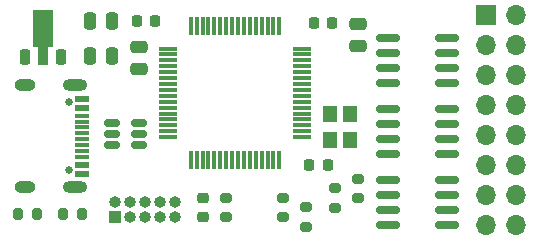
<source format=gbr>
%TF.GenerationSoftware,KiCad,Pcbnew,8.0.0*%
%TF.CreationDate,2024-03-25T21:44:05+01:00*%
%TF.ProjectId,expander-hw,65787061-6e64-4657-922d-68772e6b6963,rev?*%
%TF.SameCoordinates,Original*%
%TF.FileFunction,Soldermask,Top*%
%TF.FilePolarity,Negative*%
%FSLAX46Y46*%
G04 Gerber Fmt 4.6, Leading zero omitted, Abs format (unit mm)*
G04 Created by KiCad (PCBNEW 8.0.0) date 2024-03-25 21:44:05*
%MOMM*%
%LPD*%
G01*
G04 APERTURE LIST*
G04 Aperture macros list*
%AMRoundRect*
0 Rectangle with rounded corners*
0 $1 Rounding radius*
0 $2 $3 $4 $5 $6 $7 $8 $9 X,Y pos of 4 corners*
0 Add a 4 corners polygon primitive as box body*
4,1,4,$2,$3,$4,$5,$6,$7,$8,$9,$2,$3,0*
0 Add four circle primitives for the rounded corners*
1,1,$1+$1,$2,$3*
1,1,$1+$1,$4,$5*
1,1,$1+$1,$6,$7*
1,1,$1+$1,$8,$9*
0 Add four rect primitives between the rounded corners*
20,1,$1+$1,$2,$3,$4,$5,0*
20,1,$1+$1,$4,$5,$6,$7,0*
20,1,$1+$1,$6,$7,$8,$9,0*
20,1,$1+$1,$8,$9,$2,$3,0*%
%AMFreePoly0*
4,1,9,3.862500,-0.866500,0.737500,-0.866500,0.737500,-0.450000,-0.737500,-0.450000,-0.737500,0.450000,0.737500,0.450000,0.737500,0.866500,3.862500,0.866500,3.862500,-0.866500,3.862500,-0.866500,$1*%
G04 Aperture macros list end*
%ADD10RoundRect,0.225000X0.225000X0.250000X-0.225000X0.250000X-0.225000X-0.250000X0.225000X-0.250000X0*%
%ADD11RoundRect,0.250000X-0.250000X-0.475000X0.250000X-0.475000X0.250000X0.475000X-0.250000X0.475000X0*%
%ADD12RoundRect,0.250000X-0.475000X0.250000X-0.475000X-0.250000X0.475000X-0.250000X0.475000X0.250000X0*%
%ADD13C,0.650000*%
%ADD14R,1.240000X0.600000*%
%ADD15R,1.240000X0.300000*%
%ADD16O,2.100000X1.000000*%
%ADD17O,1.800000X1.000000*%
%ADD18R,1.200000X1.400000*%
%ADD19RoundRect,0.200000X0.200000X0.275000X-0.200000X0.275000X-0.200000X-0.275000X0.200000X-0.275000X0*%
%ADD20R,1.000000X1.000000*%
%ADD21O,1.000000X1.000000*%
%ADD22RoundRect,0.200000X-0.275000X0.200000X-0.275000X-0.200000X0.275000X-0.200000X0.275000X0.200000X0*%
%ADD23RoundRect,0.200000X0.275000X-0.200000X0.275000X0.200000X-0.275000X0.200000X-0.275000X-0.200000X0*%
%ADD24RoundRect,0.250000X0.475000X-0.250000X0.475000X0.250000X-0.475000X0.250000X-0.475000X-0.250000X0*%
%ADD25RoundRect,0.225000X-0.225000X-0.250000X0.225000X-0.250000X0.225000X0.250000X-0.225000X0.250000X0*%
%ADD26RoundRect,0.225000X0.225000X-0.425000X0.225000X0.425000X-0.225000X0.425000X-0.225000X-0.425000X0*%
%ADD27FreePoly0,90.000000*%
%ADD28RoundRect,0.150000X-0.825000X-0.150000X0.825000X-0.150000X0.825000X0.150000X-0.825000X0.150000X0*%
%ADD29RoundRect,0.150000X0.512500X0.150000X-0.512500X0.150000X-0.512500X-0.150000X0.512500X-0.150000X0*%
%ADD30R,1.700000X1.700000*%
%ADD31O,1.700000X1.700000*%
%ADD32RoundRect,0.225000X-0.250000X0.225000X-0.250000X-0.225000X0.250000X-0.225000X0.250000X0.225000X0*%
%ADD33RoundRect,0.075000X0.700000X0.075000X-0.700000X0.075000X-0.700000X-0.075000X0.700000X-0.075000X0*%
%ADD34RoundRect,0.075000X0.075000X0.700000X-0.075000X0.700000X-0.075000X-0.700000X0.075000X-0.700000X0*%
G04 APERTURE END LIST*
D10*
%TO.C,C4*%
X121975000Y-93400000D03*
X120425000Y-93400000D03*
%TD*%
D11*
%TO.C,C8*%
X116450000Y-93400000D03*
X118350000Y-93400000D03*
%TD*%
D12*
%TO.C,C7*%
X120600000Y-95600000D03*
X120600000Y-97500000D03*
%TD*%
D13*
%TO.C,J2*%
X114680000Y-100290000D03*
X114680000Y-106070000D03*
D14*
X115800000Y-99980000D03*
X115800000Y-100780000D03*
D15*
X115800000Y-101930000D03*
X115800000Y-102930000D03*
X115800000Y-103430000D03*
X115800000Y-104430000D03*
D14*
X115800000Y-105580000D03*
X115800000Y-106380000D03*
X115800000Y-106380000D03*
X115800000Y-105580000D03*
D15*
X115800000Y-104930000D03*
X115800000Y-103930000D03*
X115800000Y-102430000D03*
X115800000Y-101430000D03*
D14*
X115800000Y-100780000D03*
X115800000Y-99980000D03*
D16*
X115200000Y-98860000D03*
D17*
X111000000Y-98860000D03*
D16*
X115200000Y-107500000D03*
D17*
X111000000Y-107500000D03*
%TD*%
D18*
%TO.C,X1*%
X138450000Y-103500000D03*
X138450000Y-101300000D03*
X136750000Y-101300000D03*
X136750000Y-103500000D03*
%TD*%
D19*
%TO.C,R2*%
X115825000Y-109750000D03*
X114175000Y-109750000D03*
%TD*%
D20*
%TO.C,J1*%
X118590000Y-110025000D03*
D21*
X118590000Y-108755000D03*
X119860000Y-110025000D03*
X119860000Y-108755000D03*
X121130000Y-110025000D03*
X121130000Y-108755000D03*
X122400000Y-110025000D03*
X122400000Y-108755000D03*
X123670000Y-110025000D03*
X123670000Y-108755000D03*
%TD*%
D22*
%TO.C,R4*%
X132800000Y-108375000D03*
X132800000Y-110025000D03*
%TD*%
D19*
%TO.C,R1*%
X111987500Y-109750000D03*
X110337500Y-109750000D03*
%TD*%
D23*
%TO.C,R7*%
X128000000Y-110025000D03*
X128000000Y-108375000D03*
%TD*%
D24*
%TO.C,C6*%
X139200000Y-95550000D03*
X139200000Y-93650000D03*
%TD*%
D25*
%TO.C,C2*%
X135050000Y-105600000D03*
X136600000Y-105600000D03*
%TD*%
D26*
%TO.C,U3*%
X111000000Y-96450000D03*
D27*
X112500000Y-96362500D03*
D26*
X114000000Y-96450000D03*
%TD*%
D28*
%TO.C,U6*%
X141725000Y-106895000D03*
X141725000Y-108165000D03*
X141725000Y-109435000D03*
X141725000Y-110705000D03*
X146675000Y-110705000D03*
X146675000Y-109435000D03*
X146675000Y-108165000D03*
X146675000Y-106895000D03*
%TD*%
%TO.C,U2*%
X141725000Y-100895000D03*
X141725000Y-102165000D03*
X141725000Y-103435000D03*
X141725000Y-104705000D03*
X146675000Y-104705000D03*
X146675000Y-103435000D03*
X146675000Y-102165000D03*
X146675000Y-100895000D03*
%TD*%
D11*
%TO.C,C5*%
X116450000Y-96400000D03*
X118350000Y-96400000D03*
%TD*%
D23*
%TO.C,R6*%
X139200000Y-108425000D03*
X139200000Y-106775000D03*
%TD*%
%TO.C,R5*%
X137200000Y-109225000D03*
X137200000Y-107575000D03*
%TD*%
D25*
%TO.C,C3*%
X135425000Y-93600000D03*
X136975000Y-93600000D03*
%TD*%
D29*
%TO.C,U5*%
X120637500Y-103950000D03*
X120637500Y-103000000D03*
X120637500Y-102050000D03*
X118362500Y-102050000D03*
X118362500Y-103000000D03*
X118362500Y-103950000D03*
%TD*%
D30*
%TO.C,J3*%
X150000000Y-92925000D03*
D31*
X152540000Y-92925000D03*
X150000000Y-95465000D03*
X152540000Y-95465000D03*
X150000000Y-98005000D03*
X152540000Y-98005000D03*
X150000000Y-100545000D03*
X152540000Y-100545000D03*
X150000000Y-103085000D03*
X152540000Y-103085000D03*
X150000000Y-105625000D03*
X152540000Y-105625000D03*
X150000000Y-108165000D03*
X152540000Y-108165000D03*
X150000000Y-110705000D03*
X152540000Y-110705000D03*
%TD*%
D28*
%TO.C,U4*%
X141725000Y-94895000D03*
X141725000Y-96165000D03*
X141725000Y-97435000D03*
X141725000Y-98705000D03*
X146675000Y-98705000D03*
X146675000Y-97435000D03*
X146675000Y-96165000D03*
X146675000Y-94895000D03*
%TD*%
D32*
%TO.C,C1*%
X126000000Y-108425000D03*
X126000000Y-109975000D03*
%TD*%
D22*
%TO.C,R3*%
X134800000Y-109175000D03*
X134800000Y-110825000D03*
%TD*%
D33*
%TO.C,U1*%
X134425000Y-103250000D03*
X134425000Y-102750000D03*
X134425000Y-102250000D03*
X134425000Y-101750000D03*
X134425000Y-101250000D03*
X134425000Y-100750000D03*
X134425000Y-100250000D03*
X134425000Y-99750000D03*
X134425000Y-99250000D03*
X134425000Y-98750000D03*
X134425000Y-98250000D03*
X134425000Y-97750000D03*
X134425000Y-97250000D03*
X134425000Y-96750000D03*
X134425000Y-96250000D03*
X134425000Y-95750000D03*
D34*
X132500000Y-93825000D03*
X132000000Y-93825000D03*
X131500000Y-93825000D03*
X131000000Y-93825000D03*
X130500000Y-93825000D03*
X130000000Y-93825000D03*
X129500000Y-93825000D03*
X129000000Y-93825000D03*
X128500000Y-93825000D03*
X128000000Y-93825000D03*
X127500000Y-93825000D03*
X127000000Y-93825000D03*
X126500000Y-93825000D03*
X126000000Y-93825000D03*
X125500000Y-93825000D03*
X125000000Y-93825000D03*
D33*
X123075000Y-95750000D03*
X123075000Y-96250000D03*
X123075000Y-96750000D03*
X123075000Y-97250000D03*
X123075000Y-97750000D03*
X123075000Y-98250000D03*
X123075000Y-98750000D03*
X123075000Y-99250000D03*
X123075000Y-99750000D03*
X123075000Y-100250000D03*
X123075000Y-100750000D03*
X123075000Y-101250000D03*
X123075000Y-101750000D03*
X123075000Y-102250000D03*
X123075000Y-102750000D03*
X123075000Y-103250000D03*
D34*
X125000000Y-105175000D03*
X125500000Y-105175000D03*
X126000000Y-105175000D03*
X126500000Y-105175000D03*
X127000000Y-105175000D03*
X127500000Y-105175000D03*
X128000000Y-105175000D03*
X128500000Y-105175000D03*
X129000000Y-105175000D03*
X129500000Y-105175000D03*
X130000000Y-105175000D03*
X130500000Y-105175000D03*
X131000000Y-105175000D03*
X131500000Y-105175000D03*
X132000000Y-105175000D03*
X132500000Y-105175000D03*
%TD*%
M02*

</source>
